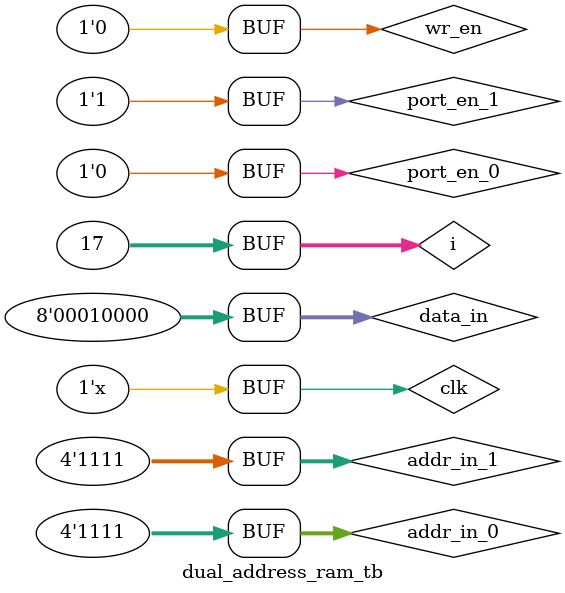
<source format=v>
module dual_address_ram_tb();

	// Inputs
	reg clk;
	reg wr_en;
	reg [7:0] data_in;
	reg [3:0] addr_in_0;
	reg [3:0] addr_in_1;
	reg port_en_0;
	reg port_en_1;

	// Outputs
	wire [7:0] data_out_0;
	wire [7:0] data_out_1;
	
	integer i;

	// Instantiate the Unit Under Test (UUT)
	dual_address_ram uut (
		.clk(clk), 
		.wr_en(wr_en), 
		.data_in(data_in), 
		.addr_in_0(addr_in_0), 
		.addr_in_1(addr_in_1), 
		.port_en_0(port_en_0), 
		.port_en_1(port_en_1), 
		.data_out_0(data_out_0), 
		.data_out_1(data_out_1)
	);
	
	always
		#5 clk = ~clk;

	initial begin
		// Initialize Inputs
		clk = 1;
		wr_en = 0;
		data_in = 0;
		addr_in_0 = 0;
		addr_in_1 = 0;
		port_en_0 = 0;
		port_en_1 = 0;
		#20;

		port_en_0=1;
		wr_en=1;
	for(i=1; i<=16; i=i+1) begin
		data_in=i;
		addr_in_0=i-1;
		#10;
	end
		wr_en=0;
		port_en_0=0;
		port_en_1=1;
	for(i=1; i<=16; i=i+1) begin
		addr_in_1=i-1;
		#10;
	end
		// Add stimulus here
	end
	
endmodule
</source>
